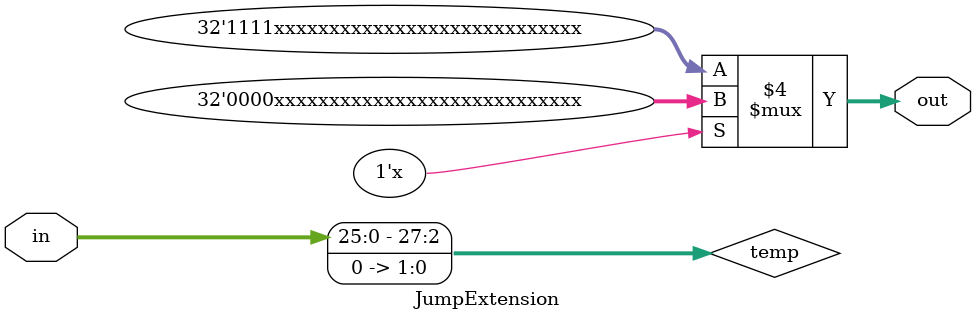
<source format=v>
`timescale 1ns / 1ps
module JumpExtension(in, out);

    /* A 16-Bit input word */
    input [25:0] in;
    
    /* A 32-Bit output word */
    output [31:0] out;
    
    /* Fill in the implementation here ... */
	reg [31:0] out;
	reg [27:0] temp;

    always@(*)
    begin
       temp <= {in, 2'b00};//in is essentially shifted left twice without losing any of its bits
	   if(temp[27] == 1'b0)
	   begin
	       out <= {4'h0, temp};
	   end
	   else
	   begin
		   out <= {4'hf, temp};
	   end
    end
		
endmodule

</source>
